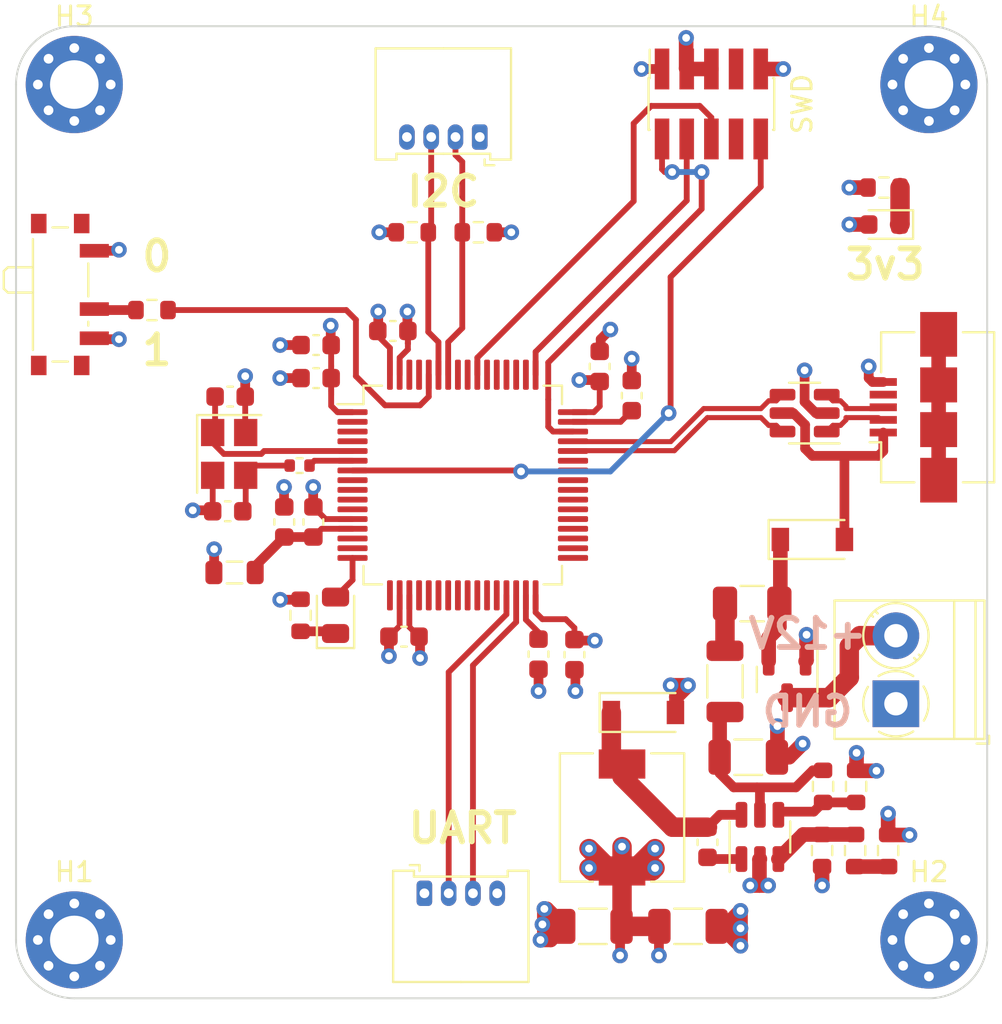
<source format=kicad_pcb>
(kicad_pcb (version 20211014) (generator pcbnew)
  (layers (0 "F.Cu" signal) (1 "In1.Cu" power) (2 "In2.Cu" power) (31 "B.Cu" signal) (34 "B.Paste" user) (35 "F.Paste" user) (36 "B.SilkS" user "B.Silkscreen") (37 "F.SilkS" user "F.Silkscreen") (38 "B.Mask" user) (39 "F.Mask" user) (44 "Edge.Cuts" user))
  (net 0 "")
  (net 1 "GND")
  (net 2 "Net-(C2-Pad1)")
  (net 3 "+3.3V")
  (net 4 "BUCK_IN")
  (net 5 "+3.3VA")
  (net 6 "HSE_IN")
  (net 7 "BUCK_BST")
  (net 8 "BUCK_SW")
  (net 9 "Net-(D1-Pad1)")
  (net 10 "LED_STATUS")
  (net 11 "Net-(D2-Pad1)")
  (net 12 "+5V")
  (net 13 "BUCK_FB")
  (net 14 "Net-(D4-Pad1)")
  (net 15 "+12V")
  (net 16 "Net-(F1-Pad2)")
  (net 17 "SWDIO")
  (net 18 "SWCLK")
  (net 19 "SWO")
  (net 22 "NRST")
  (net 23 "I2C1_SCL")
  (net 24 "I2C1_SDA")
  (net 25 "UART3_TX")
  (net 26 "UART3_RX")
  (net 27 "USB_CONN_D-")
  (net 28 "USB_CONN_D+")
  (net 30 "unconnected-(J5-Pad6)")
  (net 31 "Net-(R4-Pad2)")
  (net 32 "BOOT0")
  (net 33 "Net-(R7-Pad2)")
  (net 34 "HSE_OUT")
  (net 65 "USB_D-")
  (net 66 "USB_D+")
  (net 76 "Net-(C1-Pad1)")
  (net 77 "Net-(C13-Pad1)")
  (net 78 "BUCK_OUT")
  (footprint "Capacitor_SMD:C_0603_1608Metric" (layer "F.Cu") (at 131.7 88 90)
    (fp_text reference "C2" hide)
    (fp_text value "2u2" hide)
  )
  (footprint "Diode_SMD:D_SOD-123" (layer "F.Cu") (at 141 95.4)
    (fp_text reference "D2" hide)
    (fp_text value "B5819W" hide)
  )
  (footprint "Capacitor_SMD:C_0603_1608Metric" (layer "F.Cu") (at 115.45 85.4 180)
    (fp_text reference "C5" hide)
    (fp_text value "4u7" hide)
  )
  (footprint "Crystal:Crystal_SMD_3225-4Pin_3.2x2.5mm" (layer "F.Cu") (at 110.975 91 -90)
    (fp_text reference "Y1" hide)
    (fp_text value "16MHz" hide)
  )
  (footprint "Resistor_SMD:R_0603_1608Metric" (layer "F.Cu") (at 114.65 99.3 90)
    (fp_text reference "R9" hide)
    (fp_text value "1k5" hide)
  )
  (footprint "Capacitor_SMD:C_0603_1608Metric" (layer "F.Cu") (at 128.75 101.325 -90)
    (fp_text reference "C6" hide)
    (fp_text value "100n" hide)
  )
  (footprint "Capacitor_SMD:C_1206_3216Metric" (layer "F.Cu") (at 129.7 115.3)
    (fp_text reference "C15" hide)
    (fp_text value "10u" hide)
  )
  (footprint "Resistor_SMD:R_0603_1608Metric" (layer "F.Cu") (at 144.6875 77.3 180)
    (fp_text reference "R6" hide)
    (fp_text value "270" hide)
  )
  (footprint "Package_TO_SOT_SMD:SOT-23-6" (layer "F.Cu") (at 140.6 88.9 180)
    (fp_text reference "U6" hide)
    (fp_text value "USBLC6-2SC6" hide)
  )
  (footprint "MountingHole:MountingHole_2.5mm_Pad_Via" (layer "F.Cu") (at 103 72)
    (fp_text reference "H3")
    (fp_text value "1")
  )
  (footprint "Resistor_SMD:R_0603_1608Metric" (layer "F.Cu") (at 120.4 79.6)
    (fp_text reference "R11" hide)
    (fp_text value "2K2" hide)
  )
  (footprint "LED_SMD:LED_0603_1608Metric" (layer "F.Cu") (at 144.7 79.2 180)
    (fp_text reference "D4" hide)
    (fp_text value "RED" hide)
  )
  (footprint "Connector_Molex:Molex_PicoBlade_53048-0410_1x04_P1.25mm_Horizontal" (layer "F.Cu") (at 121.025 113.6)
    (fp_text reference "J4" hide)
    (fp_text value "UART" hide)
  )
  (footprint "Resistor_SMD:R_0402_1005Metric" (layer "F.Cu") (at 114.6 91.6)
    (fp_text reference "R8" hide)
    (fp_text value "47" hide)
  )
  (footprint "Capacitor_SMD:C_0603_1608Metric" (layer "F.Cu") (at 119.975 100.4 180)
    (fp_text reference "C4" hide)
    (fp_text value "100n" hide)
  )
  (footprint "Fuse:Fuse_1206_3216Metric" (layer "F.Cu") (at 137.9 98.7 180)
    (fp_text reference "F1" hide)
    (fp_text value "250MAh" hide)
  )
  (footprint "Capacitor_SMD:C_0603_1608Metric" (layer "F.Cu") (at 126.9 101.3 -90)
    (fp_text reference "C1" hide)
    (fp_text value "2u2" hide)
  )
  (footprint "Capacitor_SMD:C_0603_1608Metric" (layer "F.Cu") (at 113.81 94.5 90)
    (fp_text reference "C11" hide)
    (fp_text value "10n" hide)
  )
  (footprint "Inductor_SMD:L_0805_2012Metric" (layer "F.Cu") (at 111.25 97.1)
    (fp_text reference "L1" hide)
    (fp_text value "39n" hide)
  )
  (footprint "Capacitor_SMD:C_0603_1608Metric" (layer "F.Cu") (at 119.4 84.675)
    (fp_text reference "C9" hide)
    (fp_text value "100n" hide)
  )
  (footprint "Resistor_SMD:R_0603_1608Metric" (layer "F.Cu") (at 144.9 111.4 90)
    (fp_text reference "R5" hide)
    (fp_text value "270" hide)
  )
  (footprint "Connector_Molex:Molex_PicoBlade_53048-0410_1x04_P1.25mm_Horizontal" (layer "F.Cu") (at 123.875 74.7 180)
    (fp_text reference "J3" hide)
    (fp_text value "I2C" hide)
  )
  (footprint "Resistor_SMD:R_0603_1608Metric" (layer "F.Cu") (at 143.25 108.1 -90)
    (fp_text reference "R2" hide)
    (fp_text value "68k" hide)
  )
  (footprint "Capacitor_SMD:C_1206_3216Metric" (layer "F.Cu") (at 134.6 115.3 180)
    (fp_text reference "C14" hide)
    (fp_text value "10u" hide)
  )
  (footprint "MountingHole:MountingHole_2.5mm_Pad_Via" (layer "F.Cu") (at 147 72)
    (fp_text reference "H4")
    (fp_text value "1")
  )
  (footprint "Capacitor_SMD:C_0603_1608Metric" (layer "F.Cu") (at 110.9 93.95 180)
    (fp_text reference "C13" hide)
    (fp_text value "12p" hide)
  )
  (footprint "Resistor_SMD:R_0603_1608Metric" (layer "F.Cu") (at 141.5 111.4 90)
    (fp_text reference "R3" hide)
    (fp_text value "47k" hide)
  )
  (footprint "Package_QFP:LQFP-64_10x10mm_P0.5mm" (layer "F.Cu") (at 123 92.6)
    (fp_text reference "U1" hide)
    (fp_text value "STM32F405RGTx" hide)
  )
  (footprint "Capacitor_SMD:C_0603_1608Metric" (layer "F.Cu") (at 115.45 87.1 180)
    (fp_text reference "C3" hide)
    (fp_text value "100n" hide)
  )
  (footprint "LED_SMD:LED_0805_2012Metric" (layer "F.Cu") (at 116.45 99.3 90)
    (fp_text reference "D1" hide)
    (fp_text value "BLUE" hide)
  )
  (footprint "Package_TO_SOT_SMD:SOT-23-6" (layer "F.Cu") (at 138.3 110.7 90)
    (fp_text reference "Q2" hide)
    (fp_text value "MP2359DJ" hide)
  )
  (footprint "Resistor_SMD:R_0603_1608Metric" (layer "F.Cu") (at 107 83.6 180)
    (fp_text reference "R7" hide)
    (fp_text value "10k" hide)
  )
  (footprint "Capacitor_SMD:C_0603_1608Metric" (layer "F.Cu") (at 111.025 88.05)
    (fp_text reference "C12" hide)
    (fp_text value "12p" hide)
  )
  (footprint "Diode_SMD:D_SOD-123" (layer "F.Cu") (at 132.3 104.3)
    (fp_text reference "D3" hide)
    (fp_text value "B5819W" hide)
  )
  (footprint "Inductor_SMD:L_1206_3216Metric" (layer "F.Cu") (at 136.5 102.7 -90)
    (fp_text reference "FB1" hide)
    (fp_text value "600 @ 600MHz" hide)
  )
  (footprint "Capacitor_SMD:C_1206_3216Metric" (layer "F.Cu") (at 137.7 106.6)
    (fp_text reference "C7" hide)
    (fp_text value "10u" hide)
  )
  (footprint "TerminalBlock_Phoenix:TerminalBlock_Phoenix_PT-1,5-2-3.5-H_1x02_P3.50mm_Horizontal" (layer "F.Cu") (at 145.3 103.85 90)
    (fp_text reference "J1" hide)
    (fp_text value "VIN" hide)
  )
  (footprint "MountingHole:MountingHole_2.5mm_Pad_Via" (layer "F.Cu") (at 147 116)
    (fp_text reference "H2")
    (fp_text value "1")
  )
  (footprint "Capacitor_SMD:C_0603_1608Metric" (layer "F.Cu") (at 130.05 86.5 90)
    (fp_text reference "C8" hide)
    (fp_text value "100n" hide)
  )
  (footprint "Capacitor_SMD:C_0603_1608Metric" (layer "F.Cu") (at 115.31 94.5 90)
    (fp_text reference "C10" hide)
    (fp_text value "1u" hide)
  )
  (footprint "Inductor_SMD:L_6.3x6.3_H3" (layer "F.Cu") (at 131.2 109.7 -90)
    (fp_text reference "L2" hide)
    (fp_text value "39n" hide)
  )
  (footprint "MountingHole:MountingHole_2.5mm_Pad_Via" (layer "F.Cu") (at 103 116)
    (fp_text reference "H1")
    (fp_text value "1")
  )
  (footprint "Capacitor_SMD:C_0603_1608Metric" (layer "F.Cu") (at 135.6 110.975 90)
    (fp_text reference "C16" hide)
    (fp_text value "10n" hide)
  )
  (footprint "Connector_USB:USB_Micro-B_Amphenol_10104110_Horizontal" (layer "F.Cu") (at 146.2 88.6 90)
    (fp_text reference "J5" hide)
    (fp_text value "USB_B_Micro" hide)
  )
  (footprint "Package_TO_SOT_SMD:SOT-23" (layer "F.Cu") (at 139.7 102.6 -90)
    (fp_text reference "Q1" hide)
    (fp_text value "AO3401A" hide)
  )
  (footprint "Resistor_SMD:R_0603_1608Metric" (layer "F.Cu") (at 123.8 79.6 180)
    (fp_text reference "R10" hide)
    (fp_text value "2K2" hide)
  )
  (footprint "Resistor_SMD:R_0603_1608Metric" (layer "F.Cu") (at 141.55 108.1 90)
    (fp_text reference "R1" hide)
    (fp_text value "100k" hide)
  )
  (footprint "Connector_PinSocket_1.27mm:PinSocket_2x05_P1.27mm_Vertical_SMD" (layer "F.Cu") (at 135.8 73 90)
    (fp_text reference "J2" hide)
    (fp_text value "SWD")
  )
  (footprint "Button_Switch_SMD:SW_SPDT_PCM12" (layer "F.Cu") (at 102.6 82.8 -90)
    (fp_text reference "SW1" hide)
    (fp_text value "SW_SPDT" hide)
  )
  (footprint "Resistor_SMD:R_0603_1608Metric" (layer "F.Cu") (at 143.2 111.4 -90)
    (fp_text reference "R4" hide)
    (fp_text value "15k" hide)
  )
  (gr_arc (start 100 72) (mid 100.87868 69.87868) (end 103 69) (layer "Edge.Cuts") (width 0.1))
  (gr_arc (start 150 116) (mid 149.12132 118.12132) (end 147 119) (layer "Edge.Cuts") (width 0.1))
  (gr_line (start 150 72) (end 150 116) (layer "Edge.Cuts") (width 0.1))
  (gr_line (start 147 119) (end 103 119) (layer "Edge.Cuts") (width 0.1))
  (gr_arc (start 147 69) (mid 149.12132 69.87868) (end 150 72) (layer "Edge.Cuts") (width 0.1))
  (gr_line (start 100 116) (end 100 72) (layer "Edge.Cuts") (width 0.1))
  (gr_arc (start 103 119) (mid 100.87868 118.12132) (end 100 116) (layer "Edge.Cuts") (width 0.1))
  (gr_line (start 103 69) (end 147 69) (layer "Edge.Cuts") (width 0.1))
  (gr_text "GND" (at 140.75 104.25) (layer "B.SilkS") (effects (font (size 1.5 1.5) (thickness 0.3)) (justify mirror)))
  (gr_text "+12V" (at 140.75 100.25) (layer "B.SilkS") (effects (font (size 1.5 1.5) (thickness 0.3)) (justify mirror)))
  (gr_text "0\n\n1" (at 107.25 83.25) (layer "F.SilkS") (effects (font (size 1.5 1.5) (thickness 0.3))))
  (gr_text "3v3\n" (at 144.75 81.25) (layer "F.SilkS") (effects (font (size 1.5 1.5) (thickness 0.3))))
  (gr_text "UART" (at 123 110.25) (layer "F.SilkS") (effects (font (size 1.5 1.5) (thickness 0.3))))
  (gr_text "I2C" (at 122 77.5) (layer "F.SilkS") (effects (font (size 1.5 1.5) (thickness 0.3))))
  (segment (start 115.935 94.35) (end 115.31 93.725) (width 0.3) (layer "F.Cu") (net 1))
  (segment (start 134 104.25) (end 133.95 104.3) (width 0.75) (layer "F.Cu") (net 1))
  (segment (start 113.6 87.1) (end 114.3 87.1) (width 0.5) (layer "F.Cu") (net 1))
  (segment (start 141.7375 88.9) (end 141.176472 88.9) (width 0.5) (layer "F.Cu") (net 1))
  (segment (start 137.3 115.4) (end 136.175 115.4) (width 0.75) (layer "F.Cu") (net 1))
  (segment (start 133.7 102.9) (end 134.6 102.9) (width 0.75) (layer "F.Cu") (net 1))
  (segment (start 139.2 105) (end 139.2 106.575) (width 0.75) (layer "F.Cu") (net 1))
  (segment (start 144.9 109.5) (end 144.9 110.575) (width 0.75) (layer "F.Cu") (net 1))
  (segment (start 140.7 100.3) (end 140.7 101.6125) (width 0.75) (layer "F.Cu") (net 1))
  (segment (start 136.075 115.3) (end 136.3 115.3) (width 0.75) (layer "F.Cu") (net 1))
  (segment (start 120.175 85.325) (end 120.175 84.675) (width 0.3) (layer "F.Cu") (net 1))
  (segment (start 109.1 93.9) (end 110.075 93.9) (width 0.5) (layer "F.Cu") (net 1))
  (segment (start 134.53 71.2) (end 135.8 71.2) (width 0.75) (layer "F.Cu") (net 1))
  (segment (start 136.175 115.4) (end 136.075 115.3) (width 0.75) (layer "F.Cu") (net 1))
  (segment (start 142.9 77.3) (end 143.8625 77.3) (width 0.75) (layer "F.Cu") (net 1))
  (segment (start 143.275 106.375) (end 143.275 107.25) (width 0.75) (layer "F.Cu") (net 1))
  (segment (start 137.8 113.2) (end 138.275 113.2) (width 0.75) (layer "F.Cu") (net 1))
  (segment (start 120.3 84.8) (end 120.175 84.675) (width 0.3) (layer "F.Cu") (net 1))
  (segment (start 128.2 115.325) (end 128.225 115.3) (width 0.5) (layer "F.Cu") (net 1))
  (segment (start 104.08 85.1) (end 104.03 85.05) (width 0.5) (layer "F.Cu") (net 1))
  (segment (start 134.6 102.9) (end 134 103.5) (width 0.75) (layer "F.Cu") (net 1))
  (segment (start 143.9 87.1) (end 144.1 87.3) (width 0.5) (layer "F.Cu") (net 1))
  (segment (start 140.7 101.6125) (end 140.65 101.6625) (width 0.75) (layer "F.Cu") (net 1))
  (segment (start 136.075 115.3) (end 136.5 115.3) (width 0.75) (layer "F.Cu") (net 1))
  (segment (start 117.325 94.35) (end 115.935 94.35) (width 0.3) (layer "F.Cu") (net 1))
  (segment (start 120.15 84.65) (end 120.175 84.675) (width 0.5) (layer "F.Cu") (net 1))
  (segment (start 113.6 98.5) (end 114.625 98.5) (width 0.5) (layer "F.Cu") (net 1))
  (segment (start 144.925 110.6) (end 144.9 110.575) (width 0.75) (layer "F.Cu") (net 1))
  (segment (start 138.275 113.2) (end 138.725 113.2) (width 0.75) (layer "F.Cu") (net 1))
  (segment (start 146 110.6) (end 144.925 110.6) (width 0.75) (layer "F.Cu") (net 1))
  (segment (start 139.175 106.6) (end 139.8 106.6) (width 0.75) (layer "F.Cu") (net 1))
  (segment (start 127.2 114.4) (end 127.325 114.4) (width 0.75) (layer "F.Cu") (net 1))
  (segment (start 128.125 115.2) (end 128.225 115.3) (width 0.75) (layer "F.Cu") (net 1))
  (segment (start 138.275 113.2) (end 138.275 111.8625) (width 0.75) (layer "F.Cu") (net 1))
  (segment (start 119.75 86.048959) (end 119.75 86.925) (width 0.3) (layer "F.Cu") (net 1))
  (segment (start 113.8 93.715) (end 113.81 93.725) (width 0.5) (layer "F.Cu") (net 1))
  (segment (start 136.3 115.3) (end 137.3 116.3) (width 0.75) (layer "F.Cu") (net 1))
  (segment (start 128.8 103.2) (end 128.8 102.15) (width 0.5) (layer "F.Cu") (net 1))
  (segment (start 110.075 93.9) (end 110.125 93.95) (width 0.5) (layer "F.Cu") (net 1))
  (segment (start 138.275 111.8625) (end 138.3 111.8375) (width 0.75) (layer "F.Cu") (net 1))
  (segment (start 119.2 101.4) (end 119.2 100.4) (width 0.5) (layer "F.Cu") (net 1))
  (segment (start 134.5 69.6) (end 134.5 71.17) (width 0.75) (layer "F.Cu") (net 1))
  (segment (start 140.6 88.323528) (end 140.6 86.7) (width 0.5) (layer "F.Cu") (net 1))
  (segment (start 111.8 89.875) (end 111.825 89.9) (width 0.3) (layer "F.Cu") (net 1))
  (segment (start 120.15 83.675) (end 120.15 84.05) (width 0.5) (layer "F.Cu") (net 1))
  (segment (start 130.1 85.1) (end 130.1 85.675) (width 0.5) (layer "F.Cu") (net 1))
  (segment (start 120.175 85.325) (end 120.175 84.075) (width 0.3) (layer "F.Cu") (net 1))
  (segment (start 139.2 106.575) (end 139.175 106.6) (width 0.75) (layer "F.Cu") (net 1))
  (segment (start 131.7 86.1) (end 131.7 87.225) (width 0.5) (layer "F.Cu") (net 1))
  (segment (start 134 103.5) (end 134 104.25) (width 0.75) (layer "F.Cu") (net 1))
  (segment (start 115.3 92.7) (end 115.3 93.715) (width 0.5) (layer "F.Cu") (net 1))
  (segment (start 143.275 107.25) (end 143.25 107.275) (width 0.75) (layer "F.Cu") (net 1))
  (segment (start 127.325 114.4) (end 128.225 115.3) (width 0.75) (layer "F.Cu") (net 1))
  (segment (start 144.3 107.3) (end 143.275 107.3) (width 0.75) (layer "F.Cu") (net 1))
  (segment (start 127 116) (end 127.525 116) (width 0.75) (layer "F.Cu") (net 1))
  (segment (start 127.2 114.4) (end 127.2 115.8) (width 0.75) (layer "F.Cu") (net 1))
  (segment (start 110.125 92.1) (end 110.125 93.95) (width 0.3) (layer "F.Cu") (net 1))
  (segment (start 126.9 103.2) (end 126.9 102.075) (width 0.5) (layer "F.Cu") (net 1))
  (segment (start 120.15 84.05) (end 120.15 84.65) (width 0.5) (layer "F.Cu") (net 1))
  (segment (start 139.5 71.2) (end 138.34 71.2) (width 0.75) (layer "F.Cu") (net 1))
  (segment (start 134.5 71.17) (end 134.53 71.2) (width 0.75) (layer "F.Cu") (net 1))
  (segment (start 139.8 106.6) (end 140.5 105.9) (width 0.75) (layer "F.Cu") (net 1))
  (segment (start 130.1 85.675) (end 130.05 85.725) (width 0.5) (layer "F.Cu") (net 1))
  (segment (start 128.8 102.15) (end 128.75 102.1) (width 0.5) (layer "F.Cu") (net 1))
  (segment (start 127.2 115.8) (end 127 116) (width 0.75) (layer "F.Cu") (net 1))
  (segment (start 141.176472 88.9) (end 140.6 88.323528) (width 0.5) (layer "F.Cu") (net 1))
  (segment (start 134 103.2) (end 133.7 102.9) (width 0.75) (layer "F.Cu") (net 1))
  (segment (start 137.3 114.5) (end 137.3 116.3) (width 0.75) (layer "F.Cu") (net 1))
  (segment (start 120.175 85.623959) (end 120.175 85.325) (width 0.3) (layer "F.Cu") (net 1))
  (segment (start 127.525 116) (end 128.225 115.3) (width 0.75) (layer "F.Cu") (net 1))
  (segment (start 114.625 98.5) (end 114.65 98.475) (width 0.5) (layer "F.Cu") (net 1))
  (segment (start 111.8 88.05) (end 111.8 89.875) (width 0.3) (layer "F.Cu") (net 1))
  (segment (start 136.5 115.3) (end 137.3 114.5) (width 0.75) (layer "F.Cu") (net 1))
  (segment (start 119.75 99.85) (end 119.2 100.4) (width 0.3) (layer "F.Cu") (net 1))
  (segment (start 127.1 115.2) (end 128.125 115.2) (width 0.75) (layer "F.Cu") (net 1))
  (segment (start 144.1 87.3) (end 144.65 87.3) (width 0.5) (layer "F.Cu") (net 1))
  (segment (start 143.275 107.3) (end 143.25 107.275) (width 0.75) (layer "F.Cu") (net 1))
  (segment (start 115.3 93.715) (end 115.31 93.725) (width 0.5) (layer "F.Cu") (net 1))
  (segment (start 113.6 85.4) (end 114.675 85.4) (width 0.5) (layer "F.Cu") (net 1))
  (segment (start 119.75 98.275) (end 119.75 99.85) (width 0.3) (layer "F.Cu") (net 1))
  (segment (start 111.8 87) (end 111.8 88.05) (width 0.5) (layer "F.Cu") (net 1))
  (segment (start 105.3 85.1) (end 104.08 85.1) (width 0.5) (layer "F.Cu") (net 1))
  (segment (start 120.175 85.623959) (end 119.75 86.048959) (width 0.3) (layer "F.Cu") (net 1))
  (segment (start 130.6 84.6) (end 130.1 85.1) (width 0.5) (layer "F.Cu") (net 1))
  (segment (start 134 103.5) (end 134 103.2) (width 0.75) (layer "F.Cu") (net 1))
  (segment (start 120.175 84.075) (end 120.15 84.05) (width 0.3) (layer "F.Cu") (net 1))
  (segment (start 113.8 92.7) (end 113.8 93.715) (width 0.5) (layer "F.Cu") (net 1))
  (segment (start 143.9 86.5) (end 143.9 87.1) (width 0.5) (layer "F.Cu") (net 1))
  (via (at 133.7 102.9) (size 0.8) (drill 0.4) (layers "F.Cu" "B.Cu") (net 1))
  (via (at 137.3 114.5) (size 0.8) (drill 0.4) (layers "F.Cu" "B.Cu") (net 1))
  (via (at 113.6 85.4) (size 0.8) (drill 0.4) (layers "F.Cu" "B.Cu") (net 1))
  (via (at 128.8 103.2) (size 0.8) (drill 0.4) (layers "F.Cu" "B.Cu") (net 1))
  (via (at 130.6 84.6) (size 0.8) (drill 0.4) (layers "F.Cu" "B.Cu") (net 1))
  (via (at 105.3 85.1) (size 0.8) (drill 0.4) (layers "F.Cu" "B.Cu") (net 1))
  (via (at 127 116) (size 0.8) (drill 0.4) (layers "F.Cu" "B.Cu") (net 1))
  (via (at 137.3 116.3) (size 0.8) (drill 0.4) (layers "F.Cu" "B.Cu") (net 1))
  (via (at 139.5 71.2) (size 0.8) (drill 0.4) (layers "F.Cu" "B.Cu") (net 1))
  (via (at 131.7 86.1) (size 0.8) (drill 0.4) (layers "F.Cu" "B.Cu") (net 1))
  (via (at 143.275 106.375) (size 0.8) (drill 0.4) (layers "F.Cu" "B.Cu") (net 1))
  (via (at 113.8 92.7) (size 0.8) (drill 0.4) (layers "F.Cu" "B.Cu") (net 1))
  (via (at 144.9 109.5) (size 0.8) (drill 0.4) (layers "F.Cu" "B.Cu") (net 1))
  (via (at 144.3 107.3) (size 0.8) (drill 0.4) (layers "F.Cu" "B.Cu") (net 1))
  (via (at 134.5 69.6) (size 0.8) (drill 0.4) (layers "F.Cu" "B.Cu") (net 1))
  (via (at 134.6 102.9) (size 0.8) (drill 0.4) (layers "F.Cu" "B.Cu") (net 1))
  (via (at 146 110.6) (size 0.8) (drill 0.4) (layers "F.Cu" "B.Cu") (net 1))
  (via (at 143.9 86.5) (size 0.8) (drill 0.4) (layers "F.Cu" "B.Cu") (net 1))
  (via (at 137.3 115.4) (size 0.8) (drill 0.4) (layers "F.Cu" "B.Cu") (net 1))
  (via (at 113.6 87.1) (size 0.8) (drill 0.4) (layers "F.Cu" "B.Cu") (net 1))
  (via (at 127.1 115.2) (size 0.8) (drill 0.4) (layers "F.Cu" "B.Cu") (net 1))
  (via (at 113.6 98.5) (size 0.8) (drill 0.4) (layers "F.Cu" "B.Cu") (net 1))
  (via (at 140.5 105.9) (size 0.8) (drill 0.4) (layers "F.Cu" "B.Cu") (net 1))
  (via (at 137.8 113.2) (size 0.8) (drill 0.4) (layers "F.Cu" "B.Cu") (net 1))
  (via (at 111.8 87) (size 0.8) (drill 0.4) (layers "F.Cu" "B.Cu") (net 1))
  (via (at 127.2 114.4) (size 0.8) (drill 0.4) (layers "F.Cu" "B.Cu") (net 1))
  (via (at 126.9 103.2) (size 0.8) (drill 0.4) (layers "F.Cu" "B.Cu") (net 1))
  (via (at 142.9 77.3) (size 0.8) (drill 0.4) (layers "F.Cu" "B.Cu") (net 1))
  (via (at 139.2 105) (size 0.8) (drill 0.4) (layers "F.Cu" "B.Cu") (net 1))
  (via (at 109.1 93.9) (size 0.8) (drill 0.4) (layers "F.Cu" "B.Cu") (net 1))
  (via (at 140.7 100.3) (size 0.8) (drill 0.4) (layers "F.Cu" "B.Cu") (net 1))
  (via (at 119.2 101.4) (size 0.8) (drill 0.4) (layers "F.Cu" "B.Cu") (net 1))
  (via (at 115.3 92.7) (size 0.8) (drill 0.4) (layers "F.Cu" "B.Cu") (net 1))
  (via (at 120.15 83.675) (size 0.8) (drill 0.4) (layers "F.Cu" "B.Cu") (net 1))
  (via (at 140.6 86.7) (size 0.8) (drill 0.4) (layers "F.Cu" "B.Cu") (net 1))
  (via (at 138.725 113.2) (size 0.8) (drill 0.4) (layers "F.Cu" "B.Cu") (net 1))
  (segment (start 128.675 89.35) (end 131.125 89.35) (width 0.3) (layer "F.Cu") (net 2))
  (segment (start 131.125 89.35) (end 131.7 88.775) (width 0.3) (layer "F.Cu") (net 2))
  (segment (start 116.2 85.375) (end 116.225 85.4) (width 0.5) (layer "F.Cu") (net 3))
  (segment (start 142.9 79.2) (end 143.9125 79.2) (width 0.75) (layer "F.Cu") (net 3))
  (segment (start 130.05 87.275) (end 130.05 88.55) (width 0.3) (layer "F.Cu") (net 3))
  (segment (start 132.2 71.2) (end 133.26 71.2) (width 0.5) (layer "F.Cu") (net 3))
  (segment (start 141.5 113.2) (end 141.5 112.225) (width 0.75) (layer "F.Cu") (net 3))
  (segment (start 116.225 87.1) (end 116.225 87.775) (width 0.3) (layer "F.Cu") (net 3))
  (segment (start 131.2 112.45) (end 130.65 112.45) (width 1) (layer "F.Cu") (net 3))
  (segment (start 129.75 88.85) (end 128.675 88.85) (width 0.3) (layer "F.Cu") (net 3))
  (segment (start 116.55 88.85) (end 117.325 88.85) (width 0.3) (layer "F.Cu") (net 3))
  (segment (start 116.2 84.4) (end 116.2 85.375) (width 0.5) (layer "F.Cu") (net 3))
  (segment (start 131.2 112.45) (end 131.2 111.2) (width 1) (layer "F.Cu") (net 3))
  (segment (start 110.2 95.9) (end 110.2 97.0875) (width 0.5) (layer "F.Cu") (net 3))
  (segment (start 116.2 87.125) (end 116.225 87.1) (width 0.3) (layer "F.Cu") (net 3))
  (segment (start 118.7 79.6) (end 119.575 79.6) (width 0.5) (layer "F.Cu") (net 3))
  (segment (start 127.1 99.5) (end 128.3 99.5) (width 0.3) (layer "F.Cu") (net 3))
  (segment (start 130.05 88.55) (end 129.75 88.85) (width 0.3) (layer "F.Cu") (net 3))
  (segment (start 126.75 99.15) (end 127.1 99.5) (width 0.3) (layer "F.Cu") (net 3))
  (segment (start 118.65 83.675) (end 118.65 84.65) (width 0.5) (layer "F.Cu") (net 3))
  (segment (start 132.75 112.45) (end 132.9 112.3) (width 1) (layer "F.Cu") (net 3))
  (segment (start 125.5 79.6) (end 124.625 79.6) (width 0.5) (layer "F.Cu") (net 3))
  (segment (start 131.2 112.45) (end 131.75 112.45) (width 1) (layer "F.Cu") (net 3))
  (segment (start 110.2 97.0875) (end 110.1875 97.1) (width 0.5) (layer "F.Cu") (net 3))
  (segment (start 129.65 112.45) (end 129.5 112.3) (width 1) (layer "F.Cu") (net 3))
  (segment (start 128.8 100.6) (end 128.75 100.55) (width 0.5) (layer "F.Cu") (net 3))
  (segment (start 120.8 101.5) (end 120.8 100.45) (width 0.5) (layer "F.Cu") (net 3))
  (segment (start 120.8 100.45) (end 120.75 100.4) (width 0.5) (layer "F.Cu") (net 3))
  (segment (start 116.225 87.925) (end 116.225 88.525) (width 0.3) (layer "F.Cu") (net 3))
  (segment (start 119.25 85.55) (end 118.625 84.925) (width 0.3) (layer "F.Cu") (net 3))
  (segment (start 130.1 87.325) (end 130.05 87.275) (width 0.3) (layer "F.Cu") (net 3))
  (segment (start 119.25 86.925) (end 119.25 85.55) (width 0.3) (layer "F.Cu") (net 3))
  (segment (start 116.225 85.4) (end 116.225 86.475) (width 0.3) (layer "F.Cu") (net 3))
  (segment (start 129.8 100.6) (end 128.8 100.6) (width 0.5) (layer "F.Cu") (net 3))
  (segment (start 120.25 98.275) (end 120.25 99.9) (width 0.3) (layer "F.Cu") (net 3))
  (segment (start 116.225 87.775) (end 116.225 86.475) (width 0.3) (layer "F.Cu") (net 3))
  (segment (start 120.25 99.9) (end 120.75 100.4) (width 0.3) (layer "F.Cu") (net 3))
  (segment (start 116.225 87.775) (end 116.225 87.925) (width 0.3) (layer "F.Cu") (net 3))
  (segment (start 105.25 80.55) (end 105.3 80.5) (width 0.5) (layer "F.Cu") (net 3))
  (segment (start 118.65 84.65) (end 118.625 84.675) (width 0.5) (layer "F.Cu") (net 3))
  (segment (start 104.03 80.55) (end 105.25 80.55) (width 0.5) (layer "F.Cu") (net 3))
  (segment (start 131.2 112.45) (end 132.75 112.45) (width 1) (layer "F.Cu") (net 3))
  (segment (start 131.75 112.45) (end 132.9 111.3) (width 1) (layer "F.Cu") (net 3))
  (segment (start 131.2 112.45) (end 129.65 112.45) (width 1) (layer "F.Cu") (net 3))
  (segment (start 130.65 112.45) (end 129.5 111.3) (width 1) (layer "F.Cu") (net 3))
  (segment (start 118.625 84.925) (end 118.625 84.675) (width 0.3) (layer "F.Cu") (net 3))
  (segment (start 131.2 112.45) (end 131.2 115.275) (width 1) (layer "F.Cu") (net 3))
  (segment (start 116.225 86.475) (end 116.225 87.1) (width 0.3) (layer "F.Cu") (net 3))
  (segment (start 116.225 88.525) (end 116.55 88.85) (width 0.3) (layer "F.Cu") (net 3))
  (segment (start 131.2 115.275) (end 131.175 115.3) (width 1) (layer "F.Cu") (net 3))
  (segment (start 131.1 116.8) (end 131.1 115.375) (width 0.5) (layer "F.Cu") (net 3))
  (segment (start 133.1 116.8) (end 133.1 115.325) (width 0.5) (layer "F.Cu") (net 3))
  (segment (start 126.75 98.275) (end 126.75 99.15) (width 0.3) (layer "F.Cu") (net 3))
  (segment (start 133.1 115.325) (end 133.125 115.3) (width 0.5) (layer "F.Cu") (net 3))
  (segment (start 131.175 115.3) (end 133.125 115.3) (width 1) (layer "F.Cu") (net 3))
  (segment (start 131.1 115.375) (end 131.175 115.3) (width 0.5) (layer "F.Cu") (net 3))
  (segment (start 116.225 87.925) (end 116.225 87.1) (width 0.3) (layer "F.Cu") (net 3))
  (segment (start 129.975 87.2) (end 130.05 87.275) (width 0.5) (layer "F.Cu") (net 3))
  (segment (start 128.75 99.95) (end 128.75 100.55) (width 0.3) (layer "F.Cu") (net 3))
  (segment (start 128.3 99.5) (end 128.75 99.95) (width 0.3) (layer "F.Cu") (net 3))
  (segment (start 129 87.2) (end 129.975 87.2) (width 0.5) (layer "F.Cu") (net 3))
  (via (at 131.2 111.2) (size 0.8) (drill 0.4) (layers "F.Cu" "B.Cu") (net 3))
  (via (at 141.5 113.2) (size 0.8) (drill 0.4) (layers "F.Cu" "B.Cu") (net 3))
  (via (at 131.1 116.8) (size 0.8) (drill 0.4) (layers "F.Cu" "B.Cu") (net 3))
  (via (at 142.9 79.2) (size 0.8) (drill 0.4) (layers "F.Cu" "B.Cu") (net 3))
  (via (at 105.3 80.5) (size 0.8) (drill 0.4) (layers "F.Cu" "B.Cu") (net 3))
  (via (at 118.65 83.675) (size 0.8) (drill 0.4) (layers "F.Cu" "B.Cu") (net 3))
  (via (at 132.9 111.3) (size 0.8) (drill 0.4) (layers "F.Cu" "B.Cu") (net 3))
  (via (at 116.2 84.4) (size 0.8) (drill 0.4) (layers "F.Cu" "B.Cu") (net 3))
  (via (at 118.7 79.6) (size 0.8) (drill 0.4) (layers "F.Cu" "B.Cu") (net 3))
  (via (at 133.1 116.8) (size 0.8) (drill 0.4) (layers "F.Cu" "B.Cu") (net 3))
  (via (at 129.8 100.6) (size 0.8) (drill 0.4) (layers "F.Cu" "B.Cu") (net 3))
  (via (at 110.2 95.9) (size 0.8) (drill 0.4) (layers "F.Cu" "B.Cu") (net 3))
  (via (at 132.2 71.2) (size 0.8) (drill 0.4) (layers "F.Cu" "B.Cu") (net 3))
  (via (at 132.9 112.3) (size 0.8) (drill 0.4) (layers "F.Cu" "B.Cu") (net 3))
  (via (at 129 87.2) (size 0.8) (drill 0.4) (layers "F.Cu" "B.Cu") (net 3))
  (via (at 129.5 112.3) (size 0.8) (drill 0.4) (layers "F.Cu" "B.Cu") (net 3))
  (via (at 125.5 79.6) (size 0.8) (drill 0.4) (layers "F.Cu" "B.Cu") (net 3))
  (via (at 120.8 101.5) (size 0.8) (drill 0.4) (layers "F.Cu" "B.Cu") (net 3))
  (via (at 129.5 111.3) (size 0.8) (drill 0.4) (layers "F.Cu" "B.Cu") (net 3))
  (segment (start 138.3 108.3) (end 138.15 108.15) (width 0.5) (layer "F.Cu") (net 4))
  (segment (start 138.15 108.15) (end 136.95 108.15) (width 0.5) (layer "F.Cu") (net 4))
  (segment (start 141.025 107.275) (end 140.15 108.15) (width 0.5) (layer "F.Cu") (net 4))
  (segment (start 138.3 109.5625) (end 138.3 108.3) (width 0.5) (layer "F.Cu") (net 4))
  (segment (start 136.225 106.6) (end 136.225 104.55) (width 0.75) (layer "F.Cu") (net 4))
  (segment (start 141.55 107.275) (end 141.025 107.275) (width 0.5) (layer "F.Cu") (net 4))
  (segment (start 140.15 108.15) (end 138.15 108.15) (width 0.5) (layer "F.Cu") (net 4))
  (segment (start 136.225 107.425) (end 136.225 106.6) (width 0.5) (layer "F.Cu") (net 4))
  (segment (start 136.95 108.15) (end 136.225 107.425) (width 0.5) (layer "F.Cu") (net 4))
  (segment (start 136.225 104.55) (end 136.5 104.275) (width 0.75) (layer "F.Cu") (net 4))
  (segment (start 115.735 94.85) (end 115.31 95.275) (width 0.3) (layer "F.Cu") (net 5))
  (segment (start 117.325 94.85) (end 115.735 94.85) (width 0.3) (layer "F.Cu") (net 5))
  (segment (start 113.81 95.275) (end 115.31 95.275) (width 0.5) (layer "F.Cu") (net 5))
  (segment (start 112.3125 96.7725) (end 113.81 95.275) (width 0.5) (layer "F.Cu") (net 5))
  (segment (start 112.3125 97.1) (end 112.3125 96.7725) (width 0.5) (layer "F.Cu") (net 5))
  (segment (start 110.7 91) (end 110.125 90.425) (width 0.3) (layer "F.Cu") (net 6))
  (segment (start 117.325 90.85) (end 112.775 90.85) (width 0.3) (layer "F.Cu") (net 6))
  (segment (start 112.775 90.85) (end 112.625 91) (width 0.3) (layer "F.Cu") (net 6))
  (segment (start 110.25 88.05) (end 110.25 89.775) (width 0.3) (layer "F.Cu") (net 6))
  (segment (start 112.625 91) (end 110.7 91) (width 0.3) (layer "F.Cu") (net 6))
  (segment (start 110.25 89.775) (end 110.125 89.9) (width 0.3) (layer "F.Cu") (net 6))
  (segment (start 110.125 90.425) (end 110.125 89.9) (width 0.3) (layer "F.Cu") (net 6))
  (segment (start 137.35 111.8375) (end 135.6875 111.8375) (width 0.5) (layer "F.Cu") (net 7))
  (segment (start 135.6875 111.8375) (end 135.6 111.75) (width 0.5) (layer "F.Cu") (net 7))
  (segment (start 137.35 109.5625) (end 136.2375 109.5625) (width 0.5) (layer "F.Cu") (net 8))
  (segment (start 130.65 104.3) (end 130.65 106.4) (width 1) (layer "F.Cu") (net 8))
  (segment (start 131.2 106.95) (end 131.2 107.6) (width 1) (layer "F.Cu") (net 8))
  (segment (start 136.2375 109.5625) (end 135.6 110.2) (width 0.5) (layer "F.Cu") (net 8))
  (segment (start 130.65 106.4) (end 131.2 106.95) (width 1) (layer "F.Cu") (net 8))
  (segment (start 133.8 110.2) (end 135.6 110.2) (width 1) (layer "F.Cu") (net 8))
  (segment (start 131.2 107.6) (end 133.8 110.2) (width 1) (layer "F.Cu") (net 8))
  (segment (start 114.65 100.125) (end 116.3375 100.125) (width 0.5) (layer "F.Cu") (net 9))
  (segment (start 116.3375 100.125) (end 116.45 100.2375) (width 0.5) (layer "F.Cu") (net 9))
  (segment (start 117.325 97.4875) (end 116.45 98.3625) (width 0.3) (layer "F.Cu") (net 10))
  (segment (start 117.325 96.35) (end 117.325 97.4875) (width 0.3) (layer "F.Cu") (net 10))
  (segment (start 139.3 99.9) (end 139.3 98.7) (width 0.75) (layer "F.Cu") (net 11))
  (segment (start 139.35 95.4) (end 139.35 98.65) (width 0.75) (layer "F.Cu") (net 11))
  (segment (start 138.75 101.6625) (end 138.75 100.45) (width 0.75) (layer "F.Cu") (net 11))
  (segment (start 139.35 98.65) (end 139.3 98.7) (width 0.75) (layer "F.Cu") (net 11))
  (segment (start 138.75 100.45) (end 139.3 99.9) (width 0.75) (layer "F.Cu") (net 11))
  (segment (start 140.625 90.725) (end 141 91.1) (width 0.5) (layer "F.Cu") (net 12))
  (segment (start 140.625 89.501472) (end 140.625 90.725) (width 0.5) (layer "F.Cu") (net 12))
  (segment (start 144.4 91.1) (end 144.65 90.85) (width 0.5) (layer "F.Cu") (net 12))
  (segment (start 142.65 95.4) (end 142.65 91.15) (width 0.5) (layer "F.Cu") (net 12))
  (segment (start 144.65 90.85) (end 144.65 89.9) (width 0.5) (layer "F.Cu") (net 12))
  (segment (start 142.65 91.15) (end 142.7 91.1) (width 0.5) (layer "F.Cu") (net 12))
  (segment (start 140.023528 88.9) (end 140.625 89.501472) (width 0.5) (layer "F.Cu") (net 12))
  (segment (start 142.7 91.1) (end 144.4 91.1) (width 0.5) (layer "F.Cu") (net 12))
  (segment (start 141 91.1) (end 142.7 91.1) (width 0.5) (layer "F.Cu") (net 12))
  (segment (start 139.4625 88.9) (end 140.023528 88.9) (width 0.5) (layer "F.Cu") (net 12))
  (segment (start 140.525 110.575) (end 139.2625 111.8375) (width 0.75) (layer "F.Cu") (net 13))
  (segment (start 139.2625 111.8375) (end 139.25 111.8375) (width 0.75) (layer "F.Cu") (net 13))
  (segment (start 143.2 110.575) (end 141.5 110.575) (width 0.75) (layer "F.Cu") (net 13))
  (segment (start 141.5 110.575) (end 140.525 110.575) (width 0.75) (layer "F.Cu") (net 13))
  (segment (start 145.5125 77.3) (end 145.5125 79.175) (width 1) (layer "F.Cu") (net 14))
  (segment (start 145.5125 79.175) (end 145.4875 79.2) (width 1) (layer "F.Cu") (net 14))
  (segment (start 142.9 102.5) (end 142.9 100.9) (width 1) (layer "F.Cu") (net 15))
  (segment (start 142.9 100.9) (end 143.45 100.35) (width 1) (layer "F.Cu") (net 15))
  (segment (start 141.8625 103.5375) (end 142.9 102.5) (width 1) (layer "F.Cu") (net 15))
  (segment (start 139.7 103.5375) (end 141.8625 103.5375) (width 1) (layer "F.Cu") (net 15))
  (segment (start 143.45 100.35) (end 145.3 100.35) (width 1) (layer "F.Cu") (net 15))
  (segment (start 136.5 98.7) (end 136.5 101.125) (width 1) (layer "F.Cu") (net 16))
  (segment (start 127.4 86.3) (end 135.2 78.5) (width 0.3) (layer "F.Cu") (net 17))
  (segment (start 133.7805 76.5) (end 133.4 76.5) (width 0.3) (layer "F.Cu") (net 17))
  (segment (start 127.5 89.7) (end 127.4 89.6) (width 0.3) (layer "F.Cu") (net 17))
  (segment (start 127.4 89.6) (end 127.4 88.2) (width 0.3) (layer "F.Cu") (net 17))
  (segment (start 135.3 78.4) (end 135.3 76.5) (width 0.3) (layer "F.Cu") (net 17))
  (segment (start 135.2 78.5) (end 135.3 78.4) (width 0.3) (layer "F.Cu") (net 17))
  (segment (start 127.65 89.85) (end 127.5 89.7) (width 0.3) (layer "F.Cu") (net 17))
  (segment (start 133.4 76.5) (end 133.26 76.36) (width 0.3) (layer "F.Cu") (net 17))
  (segment (start 128.675 89.85) (end 127.65 89.85) (width 0.3) (layer "F.Cu") (net 17))
  (segment (start 133.26 76.36) (end 133.26 74.8) (width 0.3) (layer "F.Cu") (net 17))
  (segment (start 127.4 88.2) (end 127.4 86.3) (width 0.3) (layer "F.Cu") (net 17))
  (via (at 133.7805 76.5) (size 0.8) (drill 0.4) (layers "F.Cu" "B.Cu") (net 17))
  (via (at 135.3 76.5) (size 0.8) (drill 0.4) (layers "F.Cu" "B.Cu") (net 17))
  (segment (start 135.3 76.5) (end 133.7805 76.5) (width 0.3) (layer "B.Cu") (net 17))
  (segment (start 126.75 86.925) (end 126.75 85.75) (width 0.3) (layer "F.Cu") (net 18))
  (segment (start 126.75 85.75) (end 134.53 77.97) (width 0.3) (layer "F.Cu") (net 18))
  (segment (start 134.53 77.97) (end 134.53 74.8) (width 0.3) (layer "F.Cu") (net 18))
  (segment (start 131.8 77.998959) (end 131.8 74) (width 0.3) (layer "F.Cu") (net 19))
  (segment (start 135.8 73.7) (end 135.8 74.8) (width 0.3) (layer "F.Cu") (net 19))
  (segment (start 123.75 86.925) (end 123.75 86.048959) (width 0.3) (layer "F.Cu") (net 19))
  (segment (start 131.8 74) (end 132.7 73.1) (width 0.3) (layer "F.Cu") (net 19))
  (segment (start 123.75 86.048959) (end 131.8 77.998959) (width 0.3) (layer "F.Cu") (net 19))
  (segment (start 135.2 73.1) (end 135.8 73.7) (width 0.3) (layer "F.Cu") (net 19))
  (segment (start 132.7 73.1) (end 135.2 73.1) (width 0.3) (layer "F.Cu") (net 19))
  (segment (start 133.7 81.9) (end 138.34 77.26) (width 0.3) (layer "F.Cu") (net 22))
  (segment (start 117.325 91.85) (end 125.95 91.85) (width 0.3) (layer "F.Cu") (net 22))
  (segment (start 125.95 91.85) (end 126 91.9) (width 0.3) (layer "F.Cu") (net 22))
  (segment (start 133.6 88.9) (end 133.7 88.8) (width 0.3) (layer "F.Cu") (net 22))
  (segment (start 138.34 77.26) (end 138.34 74.8) (width 0.3) (layer "F.Cu") (net 22))
  (segment (start 133.7 88.8) (end 133.7 81.9) (width 0.3) (layer "F.Cu") (net 22))
  (via (at 126 91.9) (size 0.8) (drill 0.4) (layers "F.Cu" "B.Cu") (net 22))
  (via (at 133.6 88.9) (size 0.8) (drill 0.4) (layers "F.Cu" "B.Cu") (net 22))
  (segment (start 126 91.9) (end 130.6 91.9) (width 0.3) (layer "B.Cu") (net 22))
  (segment (start 130.6 91.9) (end 133.6 88.9) (width 0.3) (layer "B.Cu") (net 22))
  (segment (start 122.975 84.525) (end 122.975 79.6) (width 0.3) (layer "F.Cu") (net 23))
  (segment (start 122.25 85.25) (end 122.975 84.525) (width 0.3) (layer "F.Cu") (net 23))
  (segment (start 122.975 75.975) (end 122.975 79.6) (width 0.3) (layer "F.Cu") (net 23))
  (segment (start 122.625 75.625) (end 122.975 75.975) (width 0.3) (layer "F.Cu") (net 23))
  (segment (start 122.625 74.7) (end 122.625 75.625) (width 0.3) (layer "F.Cu") (net 23))
  (segment (start 122.25 86.925) (end 122.25 85.25) (width 0.3) (layer "F.Cu") (net 23))
  (segment (start 121.375 74.7) (end 121.375 79.45) (width 0.3) (layer "F.Cu") (net 24))
  (segment (start 121.75 85.25) (end 121.225 84.725) (width 0.3) (layer "F.Cu") (net 24))
  (segment (start 121.75 86.925) (end 121.75 85.25) (width 0.3) (layer "F.Cu") (net 24))
  (segment (start 121.225 84.725) (end 121.225 79.6) (width 0.3) (layer "F.Cu") (net 24))
  (segment (start 121.375 79.45) (end 121.225 79.6) (width 0.3) (layer "F.Cu") (net 24))
  (segment (start 122.275 102.225) (end 122.275 113.6) (width 0.3) (layer "F.Cu") (net 25))
  (segment (start 125.25 98.275) (end 125.25 99.25) (width 0.3) (layer "F.Cu") (net 25))
  (segment (start 125.25 99.25) (end 122.275 102.225) (width 0.3) (layer "F.Cu") (net 25))
  (segment (start 125.75 99.65) (end 123.525 101.875) (width 0.3) (layer "F.Cu") (net 26))
  (segment (start 123.525 101.875) (end 123.525 113.6) (width 0.3) (layer "F.Cu") (net 26))
  (segment (start 125.75 98.275) (end 125.75 99.65) (width 0.3) (layer "F.Cu") (net 26))
  (segment (start 141.7375 89.85) (end 142.056944 89.530556) (width 0.261112) (layer "F.Cu") (net 27))
  (segment (start 142.730556 89.249053) (end 142.730556 89.132157) (width 0.261112) (layer "F.Cu") (net 27))
  (segment (start 142.730556 89.132157) (end 144.4 89.132156) (width 0.261112) (layer "F.Cu") (net 27))
  (segment (start 142.056944 89.530556) (end 142.449053 89.530556) (width 0.261112) (layer "F.Cu") (net 27))
  (segment (start 142.449053 89.530556) (end 142.730556 89.249053) (width 0.261112) (layer "F.Cu") (net 27))
  (segment (start 141.7375 87.95) (end 142.056944 88.269444) (width 0.261112) (layer "F.Cu") (net 28))
  (segment (start 142.449053 88.269444) (end 142.730556 88.550947) (width 0.261112) (layer "F.Cu") (net 28))
  (segment (start 142.730556 88.667843) (end 144.4 88.667844) (width 0.261112) (layer "F.Cu") (net 28))
  (segment (start 142.730556 88.550947) (end 142.730556 88.667843) (width 0.261112) (layer "F.Cu") (net 28))
  (segment (start 142.056944 88.269444) (end 142.449053 88.269444) (width 0.261112) (layer "F.Cu") (net 28))
  (segment (start 147.5 84.85) (end 147.5 92.35) (width 0.75) (layer "F.Cu") (net 30))
  (segment (start 144.9 112.225) (end 143.2 112.225) (width 0.75) (layer "F.Cu") (net 31))
  (segment (start 120.8 88.5) (end 119 88.5) (width 0.3) (layer "F.Cu") (net 32))
  (segment (start 121.25 88.05) (end 120.8 88.5) (width 0.3) (layer "F.Cu") (net 32))
  (segment (start 119 88.5) (end 117.5 87) (width 0.3) (layer "F.Cu") (net 32))
  (segment (start 117.5 87) (end 117.5 84.1) (width 0.3) (layer "F.Cu") (net 32))
  (segment (start 117 83.6) (end 107.825 83.6) (width 0.3) (layer "F.Cu") (net 32))
  (segment (start 121.25 86.925) (end 121.25 88.05) (width 0.3) (layer "F.Cu") (net 32))
  (segment (start 117.5 84.1) (end 117 83.6) (width 0.3) (layer "F.Cu") (net 32))
  (segment (start 104.08 83.6) (end 104.03 83.55) (width 0.5) (layer "F.Cu") (net 33))
  (segment (start 106.175 83.6) (end 104.08 83.6) (width 0.5) (layer "F.Cu") (net 33))
  (segment (start 115.36 91.35) (end 115.11 91.6) (width 0.3) (layer "F.Cu") (net 34))
  (segment (start 117.325 91.35) (end 115.36 91.35) (width 0.3) (layer "F.Cu") (net 34))
  (segment (start 138.750947 89.530556) (end 139.143056 89.530556) (width 0.261112) (layer "F.Cu") (net 65))
  (segment (start 133.896163 90.832157) (end 135.596163 89.132157) (width 0.261112) (layer "F.Cu") (net 65))
  (segment (start 128.692843 90.832157) (end 133.896163 90.832157) (width 0.261112) (layer "F.Cu") (net 65))
  (segment (start 139.143056 89.530556) (end 139.4625 89.85) (width 0.261112) (layer "F.Cu") (net 65))
  (segment (start 128.675 90.85) (end 128.692843 90.832157) (width 0.261112) (layer "F.Cu") (net 65))
  (segment (start 138.352548 89.132157) (end 138.750947 89.530556) (width 0.261112) (layer "F.Cu") (net 65))
  (segment (start 135.596163 89.132157) (end 138.352548 89.132157) (width 0.261112) (layer "F.Cu") (net 65))
  (segment (start 139.143056 88.269444) (end 139.4625 87.95) (width 0.261112) (layer "F.Cu") (net 66))
  (segment (start 128.675 90.35) (end 128.692843 90.367843) (width 0.261112) (layer "F.Cu") (net 66))
  (segment (start 138.750947 88.269444) (end 139.143056 88.269444) (width 0.261112) (layer "F.Cu") (net 66))
  (segment (start 128.692843 90.367843) (end 133.703837 90.367843) (width 0.261112) (layer "F.Cu") (net 66))
  (segment (start 138.352548 88.667843) (end 138.750947 88.269444) (width 0.261112) (layer "F.Cu") (net 66))
  (segment (start 133.703837 90.367843) (end 135.403837 88.667843) (width 0.261112) (layer "F.Cu") (net 66))
  (segment (start 135.403837 88.667843) (end 138.352548 88.667843) (width 0.261112) (layer "F.Cu") (net 66))
  (segment (start 126.25 98.275) (end 126.25 99.525) (width 0.3) (layer "F.Cu") (net 76))
  (segment (start 126.9 100.175) (end 126.9 100.525) (width 0.3) (layer "F.Cu") (net 76))
  (segment (start 126.25 99.525) (end 126.9 100.175) (width 0.3) (layer "F.Cu") (net 76))
  (segment (start 114.09 91.6) (end 112.325 91.6) (width 0.3) (layer "F.Cu") (net 77))
  (segment (start 111.825 93.8) (end 111.675 93.95) (width 0.3) (layer "F.Cu") (net 77))
  (segment (start 112.325 91.6) (end 111.825 92.1) (width 0.3) (layer "F.Cu") (net 77))
  (segment (start 111.825 92.1) (end 111.825 93.8) (width 0.3) (layer "F.Cu") (net 77))
  (segment (start 141.55 108.925) (end 143.25 108.925) (width 0.5) (layer "F.Cu") (net 78))
  (segment (start 139.25 109.5625) (end 139.4125 109.4) (width 0.5) (layer "F.Cu") (net 78))
  (segment (start 141.075 109.4) (end 141.55 108.925) (width 0.5) (layer "F.Cu") (net 78))
  (segment (start 139.4125 109.4) (end 141.075 109.4) (width 0.5) (layer "F.Cu") (net 78))
)
</source>
